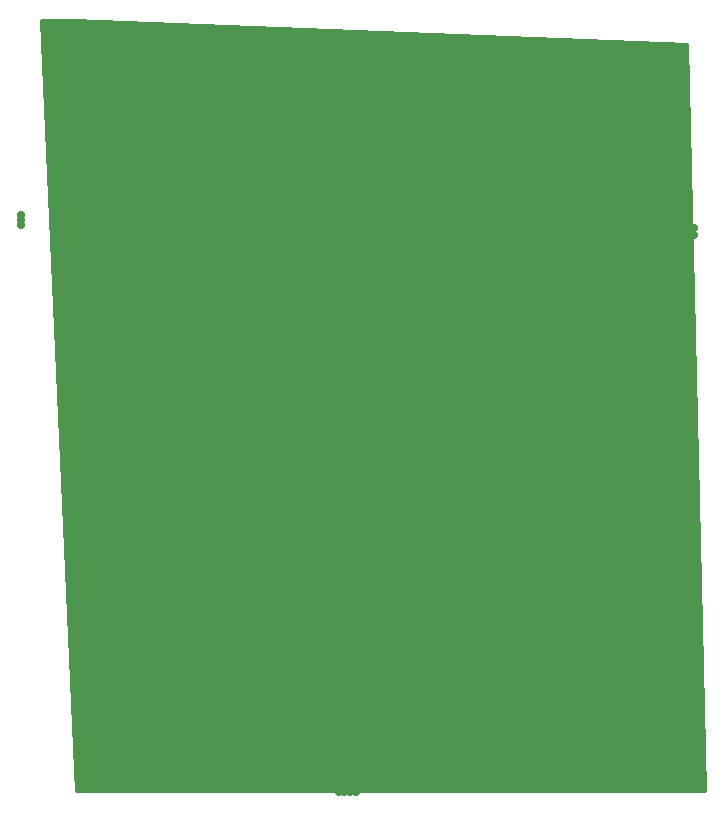
<source format=gbr>
G04 #@! TF.FileFunction,Soldermask,Bot*
%FSLAX46Y46*%
G04 Gerber Fmt 4.6, Leading zero omitted, Abs format (unit mm)*
G04 Created by KiCad (PCBNEW 4.0.7-e2-6376~58~ubuntu16.04.1) date Tue Feb 27 00:41:18 2018*
%MOMM*%
%LPD*%
G01*
G04 APERTURE LIST*
%ADD10C,0.020000*%
%ADD11C,0.700000*%
%ADD12C,0.254000*%
G04 APERTURE END LIST*
D10*
D11*
X165029000Y-80497000D03*
X167667000Y-80479000D03*
X111006000Y-79927000D03*
X111006000Y-79517000D03*
X111017000Y-79139000D03*
X114729000Y-79873000D03*
X114664000Y-79517000D03*
X114556000Y-79193000D03*
X138369000Y-121139000D03*
X139366000Y-121429000D03*
X137840000Y-121325000D03*
X138926000Y-121147000D03*
X137861000Y-127986000D03*
X138348000Y-127986000D03*
X138835000Y-127986000D03*
X139322000Y-127986000D03*
X167943000Y-80755000D03*
X167923000Y-80213000D03*
X165237000Y-80155000D03*
X164849000Y-80868000D03*
D12*
G36*
X167375854Y-64622319D02*
X168869964Y-127873000D01*
X115621316Y-127873000D01*
X112632950Y-62627000D01*
X115497563Y-62627000D01*
X167375854Y-64622319D01*
X167375854Y-64622319D01*
G37*
X167375854Y-64622319D02*
X168869964Y-127873000D01*
X115621316Y-127873000D01*
X112632950Y-62627000D01*
X115497563Y-62627000D01*
X167375854Y-64622319D01*
M02*

</source>
